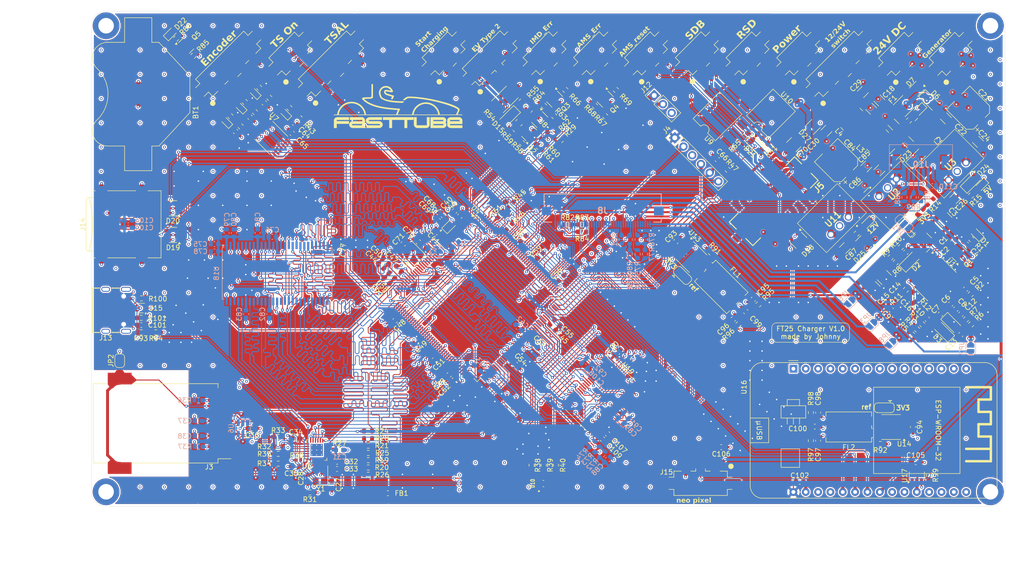
<source format=kicad_pcb>
(kicad_pcb
	(version 20241229)
	(generator "pcbnew")
	(generator_version "9.0")
	(general
		(thickness 1.6238)
		(legacy_teardrops no)
	)
	(paper "A4")
	(layers
		(0 "F.Cu" signal)
		(4 "In1.Cu" power)
		(6 "In2.Cu" power)
		(2 "B.Cu" signal)
		(9 "F.Adhes" user "F.Adhesive")
		(11 "B.Adhes" user "B.Adhesive")
		(13 "F.Paste" user)
		(15 "B.Paste" user)
		(5 "F.SilkS" user "F.Silkscreen")
		(7 "B.SilkS" user "B.Silkscreen")
		(1 "F.Mask" user)
		(3 "B.Mask" user)
		(17 "Dwgs.User" user "User.Drawings")
		(19 "Cmts.User" user "User.Comments")
		(21 "Eco1.User" user "User.Eco1")
		(23 "Eco2.User" user "User.Eco2")
		(25 "Edge.Cuts" user)
		(27 "Margin" user)
		(31 "F.CrtYd" user "F.Courtyard")
		(29 "B.CrtYd" user "B.Courtyard")
		(35 "F.Fab" user)
		(33 "B.Fab" user)
		(39 "User.1" user)
		(41 "User.2" user)
		(43 "User.3" user)
		(45 "User.4" user)
		(47 "User.5" user)
		(49 "User.6" user)
		(51 "User.7" user)
		(53 "User.8" user)
		(55 "User.9" user)
	)
	(setup
		(stackup
			(layer "F.SilkS"
				(type "Top Silk Screen")
			)
			(layer "F.Paste"
				(type "Top Solder Paste")
			)
			(layer "F.Mask"
				(type "Top Solder Mask")
				(thickness 0.01)
			)
			(layer "F.Cu"
				(type "copper")
				(thickness 0.035)
			)
			(layer "dielectric 1"
				(type "prepreg")
				(thickness 0.0994)
				(material "FR4")
				(epsilon_r 4.1)
				(loss_tangent 0.02)
			)
			(layer "In1.Cu"
				(type "copper")
				(thickness 0.035)
			)
			(layer "dielectric 2"
				(type "core")
				(thickness 1.265)
				(material "FR4")
				(epsilon_r 4.5)
				(loss_tangent 0.02)
			)
			(layer "In2.Cu"
				(type "copper")
				(thickness 0.035)
			)
			(layer "dielectric 3"
				(type "prepreg")
				(thickness 0.0994)
				(material "FR4")
				(epsilon_r 4.1)
				(loss_tangent 0.02)
			)
			(layer "B.Cu"
				(type "copper")
				(thickness 0.035)
			)
			(layer "B.Mask"
				(type "Bottom Solder Mask")
				(thickness 0.01)
			)
			(layer "B.Paste"
				(type "Bottom Solder Paste")
			)
			(layer "B.SilkS"
				(type "Bottom Silk Screen")
			)
			(copper_finish "None")
			(dielectric_constraints yes)
		)
		(pad_to_mask_clearance 0)
		(allow_soldermask_bridges_in_footprints no)
		(tenting front back)
		(pcbplotparams
			(layerselection 0x00000000_00000000_55555555_5755f5ff)
			(plot_on_all_layers_selection 0x00000000_00000000_00000000_00000000)
			(disableapertmacros no)
			(usegerberextensions no)
			(usegerberattributes yes)
			(usegerberadvancedattributes yes)
			(creategerberjobfile yes)
			(dashed_line_dash_ratio 12.000000)
			(dashed_line_gap_ratio 3.000000)
			(svgprecision 4)
			(plotframeref no)
			(mode 1)
			(useauxorigin no)
			(hpglpennumber 1)
			(hpglpenspeed 20)
			(hpglpendiameter 15.000000)
			(pdf_front_fp_property_popups yes)
			(pdf_back_fp_property_popups yes)
			(pdf_metadata yes)
			(pdf_single_document no)
			(dxfpolygonmode yes)
			(dxfimperialunits yes)
			(dxfusepcbnewfont yes)
			(psnegative no)
			(psa4output no)
			(plot_black_and_white yes)
			(plotinvisibletext no)
			(sketchpadsonfab no)
			(plotpadnumbers no)
			(hidednponfab no)
			(sketchdnponfab yes)
			(crossoutdnponfab yes)
			(subtractmaskfromsilk no)
			(outputformat 1)
			(mirror no)
			(drillshape 0)
			(scaleselection 1)
			(outputdirectory "Gerber/")
		)
	)
	(net 0 "")
	(net 1 "+3V3_FER")
	(net 2 "Earth")
	(net 3 "/Ethernet/LED_G")
	(net 4 "/Ethernet/LED_Y")
	(net 5 "GND")
	(net 6 "+3V3")
	(net 7 "+5V")
	(net 8 "/Power/3V3_Display")
	(net 9 "Net-(C5-Pad2)")
	(net 10 "Net-(U1-COMP)")
	(net 11 "Net-(U1-C1+)")
	(net 12 "Net-(U1-C1-)")
	(net 13 "Net-(U1-C2+)")
	(net 14 "Net-(U1-C2-)")
	(net 15 "Net-(U1-DRV)")
	(net 16 "Net-(U1-FB1)")
	(net 17 "Net-(U1-REF)")
	(net 18 "Net-(U1-VCOMIN)")
	(net 19 "+24V")
	(net 20 "Net-(U3-VI)")
	(net 21 "Net-(U2-VI)")
	(net 22 "/Peripherals/V_{ref2}")
	(net 23 "Net-(D1-A)")
	(net 24 "Net-(D15-K)")
	(net 25 "/IEC_Charging_Circuit/CP")
	(net 26 "/IEC_Charging_Circuit/PP")
	(net 27 "/Core/EV_Start_Charging")
	(net 28 "/Display/LCD_VGL")
	(net 29 "Net-(Q1-B)")
	(net 30 "Net-(Q2-G)")
	(net 31 "Net-(U1-FB3)")
	(net 32 "Net-(U1-FB2)")
	(net 33 "/IEC_Charging_Circuit/PWM_SENSE")
	(net 34 "/Core/Charging_Point_PWM")
	(net 35 "/Core/~{IMD_Error_LED}")
	(net 36 "/SDRAM/D9")
	(net 37 "/SDRAM/A11")
	(net 38 "/Core/~{AMS_Error_LED}")
	(net 39 "/SDRAM/D0")
	(net 40 "unconnected-(U4B-PC13-Pad8)")
	(net 41 "unconnected-(U4B-PD4-Pad146)")
	(net 42 "/Core/PCAP_RST")
	(net 43 "/Display/B5")
	(net 44 "unconnected-(U4B-PD13-Pad101)")
	(net 45 "/SDRAM/D14")
	(net 46 "/SDRAM/D2")
	(net 47 "/SDRAM/D4")
	(net 48 "/Core/OSC_in")
	(net 49 "/Core/SWCLK")
	(net 50 "unconnected-(U4B-PG3-Pad107)")
	(net 51 "/Display/R2")
	(net 52 "/SDRAM/A3")
	(net 53 "/SDRAM/D13")
	(net 54 "/Core/LCD_Reset")
	(net 55 "/Display/R0")
	(net 56 "/SDRAM/A2")
	(net 57 "/Display/R7")
	(net 58 "/Display/B4")
	(net 59 "/Core/AMS_Reset_in")
	(net 60 "/Core/AMS_Reset_out")
	(net 61 "/Core/SDC_out")
	(net 62 "/SDRAM/A0")
	(net 63 "unconnected-(U4B-PF8-Pad26)")
	(net 64 "/SDRAM/SDNE0")
	(net 65 "/Core/SWDIO")
	(net 66 "/SDRAM/A10")
	(net 67 "unconnected-(U4B-PH15-Pad130)")
	(net 68 "/Display/G0")
	(net 69 "/SDRAM/BA0")
	(net 70 "/Ethernet/RMII_TX_EN")
	(net 71 "/Core/NRST")
	(net 72 "/SDRAM/D12")
	(net 73 "/SDRAM/NBL0")
	(net 74 "/Display/B0")
	(net 75 "/Core/RMII_nRST")
	(net 76 "/Display/G2")
	(net 77 "/Display/R1")
	(net 78 "unconnected-(U4B-PI9-Pad11)")
	(net 79 "/SDRAM/SDNWE")
	(net 80 "/Ethernet/RMII_RXD1")
	(net 81 "/SDRAM/A9")
	(net 82 "/SDRAM/D11")
	(net 83 "unconnected-(U4B-PH12-Pad89)")
	(net 84 "/Display/DE")
	(net 85 "/Display/G3")
	(net 86 "/Display/CLK")
	(net 87 "/Peripherals/USART_RX")
	(net 88 "unconnected-(U4B-PD3-Pad145)")
	(net 89 "unconnected-(U4B-PI3-Pad134)")
	(net 90 "/Peripherals/USB_OTG_VBUS")
	(net 91 "/SDRAM/A4")
	(net 92 "/Display/B3")
	(net 93 "/Peripherals/SDMMC_D0")
	(net 94 "/SDRAM/D15")
	(net 95 "/SDRAM/D3")
	(net 96 "/Display/G4")
	(net 97 "/SDRAM/A7")
	(net 98 "unconnected-(U4E-PG2-Pad106)")
	(net 99 "Net-(U4F-BOOT0)")
	(net 100 "unconnected-(U4B-PD7-Pad151)")
	(net 101 "/Display/G7")
	(net 102 "/Core/LED_B")
	(net 103 "/Ethernet/RMII_MDIO")
	(net 104 "/Display/G1")
	(net 105 "/Display/R6")
	(net 106 "/SDRAM/D6")
	(net 107 "/SDRAM/A1")
	(net 108 "/SDRAM/D8")
	(net 109 "/Display/B6")
	(net 110 "/Display/R4")
	(net 111 "/Core/OSC_out")
	(net 112 "unconnected-(U4B-PF6-Pad24)")
	(net 113 "/SDRAM/A5")
	(net 114 "/Display/G6")
	(net 115 "/Peripherals/ESP_RX")
	(net 116 "unconnected-(U4B-PF9-Pad27)")
	(net 117 "/Display/G5")
	(net 118 "/Core/LED_G")
	(net 119 "/Display/R5")
	(net 120 "unconnected-(U4B-PF7-Pad25)")
	(net 121 "/Ethernet/RMII_TXD1")
	(net 122 "/SDRAM/D5")
	(net 123 "/Peripherals/SDMMC_CMD")
	(net 124 "/SDRAM/D1")
	(net 125 "Net-(U4A-VREF+)")
	(net 126 "/Display/B1")
	(net 127 "/Display/B7")
	(net 128 "unconnected-(U4B-PD11-Pad99)")
	(net 129 "/Ethernet/RMII_MDC")
	(net 130 "unconnected-(U4B-PD12-Pad100)")
	(net 131 "/Core/OSC32_in")
	(net 132 "/SDRAM/SDCLK")
	(net 133 "/Peripherals/USART_TX")
	(net 134 "unconnected-(U4B-PA10-Pad121)")
	(net 135 "/Core/LED_R")
	(net 136 "/SDRAM/SDCKE0")
	(net 137 "/Ethernet/RMII_RXD0")
	(net 138 "unconnected-(U4B-PH11-Pad88)")
	(net 139 "/Ethernet/RMII_CRS_DV")
	(net 140 "/Core/TRACESWO")
	(net 141 "/Display/HSYNC")
	(net 142 "/Ethernet/RMII_TXD0")
	(net 143 "/SDRAM/D10")
	(net 144 "/SDRAM/SDNCAS")
	(net 145 "/Display/R3")
	(net 146 "/Core/OSC32_out")
	(net 147 "/Display/VSYNC")
	(net 148 "/SDRAM/D7")
	(net 149 "unconnected-(U4B-PG9-Pad152)")
	(net 150 "/SDRAM/BA1")
	(net 151 "/SDRAM/SDNRAS")
	(net 152 "/SDRAM/A6")
	(net 153 "/SDRAM/NBL1")
	(net 154 "/Display/B2")
	(net 155 "/Ethernet/RMII_REF_CLK")
	(net 156 "/SDRAM/A8")
	(net 157 "unconnected-(U4B-PB2-Pad58)")
	(net 158 "/Ethernet/XTAL2")
	(net 159 "/Ethernet/XTAL1")
	(net 160 "/Peripherals/ESP_TX")
	(net 161 "/Peripherals/STM_CAN_TX")
	(net 162 "/Peripherals/STM_CAN_RX")
	(net 163 "/Peripherals/SDMMC_CK")
	(net 164 "/Peripherals/ESP_CAN_RX")
	(net 165 "/SDC_and_SCS/RSD_in")
	(net 166 "/SDC_and_SCS/RSD_out")
	(net 167 "/Peripherals/ESP_CAN_TX")
	(net 168 "/Display/LCD_VGH")
	(net 169 "Net-(D5-A)")
	(net 170 "Net-(D9-A)")
	(net 171 "/Core/SDC_in")
	(net 172 "Net-(Q3-G)")
	(net 173 "Net-(Q4-G)")
	(net 174 "/Core/SDC_enable")
	(net 175 "/Display/I2C_SDA")
	(net 176 "/Display/I2C_SCL")
	(net 177 "/Display/LCD_SELB")
	(net 178 "VDD")
	(net 179 "/Display/LCD_STBYB")
	(net 180 "Net-(J1-Pin_1)")
	(net 181 "/Display/LCD_U{slash}D")
	(net 182 "/Display/LCD_L{slash}R")
	(net 183 "/Display/RXIN0-")
	(net 184 "/Display/RXCLKIN+")
	(net 185 "/Display/RXIN0+")
	(net 186 "/Display/RXIN2-")
	(net 187 "/Display/RXIN1-")
	(net 188 "/Display/RXIN2+")
	(net 189 "/Display/RXIN3+")
	(net 190 "/Display/RXIN3-")
	(net 191 "/Display/RXIN1+")
	(net 192 "/Display/RXCLKIN-")
	(net 193 "Net-(J2-Pin_1)")
	(net 194 "Net-(U4F-PDR_ON)")
	(net 195 "/Peripherals/SDMMC_D1")
	(net 196 "/Peripherals/SDMMC_D2")
	(net 197 "/Peripherals/SDMMC_D3")
	(net 198 "/Core/SDC_Voltage")
	(net 199 "/Core/TSAL_Green")
	(net 200 "/Core/TS_on")
	(net 201 "/Peripherals/USB_OTG_DP")
	(net 202 "/Peripherals/USB_OTG_DN")
	(net 203 "/Peripherals/D-")
	(net 204 "/Peripherals/D+")
	(net 205 "/Core/PCAP_Int")
	(net 206 "/Display/LCD_VDD")
	(net 207 "/Core/Encoder_push")
	(net 208 "/Core/Encoder_A")
	(net 209 "/Core/Encoder_B")
	(net 210 "/Ethernet/RXN")
	(net 211 "/Ethernet/TXN")
	(net 212 "/Ethernet/RXP")
	(net 213 "/Ethernet/TXP")
	(net 214 "/Core/SDC_on")
	(net 215 "/Core/EncB_on")
	(net 216 "/Core/EncPush_on")
	(net 217 "/Core/EncA_on")
	(net 218 "Net-(D16-A)")
	(net 219 "Net-(D16-K)")
	(net 220 "Net-(D17-K)")
	(net 221 "Net-(D17-A)")
	(net 222 "/Display/LCD_AVDD")
	(net 223 "/Display/VCOM")
	(net 224 "Net-(D7-K)")
	(net 225 "unconnected-(U4B-PH9-Pad86)")
	(net 226 "unconnected-(U4B-PH6-Pad83)")
	(net 227 "unconnected-(U4B-PH7-Pad84)")
	(net 228 "Net-(D3-A)")
	(net 229 "Net-(J13-CC2)")
	(net 230 "Net-(U5-VDDCR)")
	(net 231 "Net-(C39-Pad1)")
	(net 232 "Net-(C45-Pad1)")
	(net 233 "Net-(D11-K)")
	(net 234 "Net-(D12-K)")
	(net 235 "Net-(D13-K)")
	(net 236 "Net-(D14-K)")
	(net 237 "Net-(U15-VBUS)")
	(net 238 "Net-(D2-A)")
	(net 239 "Net-(D8-A)")
	(net 240 "Net-(D10-BK)")
	(net 241 "Net-(D10-GK)")
	(net 242 "Net-(D10-RK)")
	(net 243 "Net-(D11-A)")
	(net 244 "Net-(U13-CANH)")
	(net 245 "Net-(U13-CANL)")
	(net 246 "Net-(U14-CANH)")
	(net 247 "Net-(U14-CANL)")
	(net 248 "Net-(J3-Pad11)")
	(net 249 "Net-(J3-Pad2)")
	(net 250 "unconnected-(J3-NC-Pad9)")
	(net 251 "Net-(J5-Pin_2)")
	(net 252 "Net-(J13-CC1)")
	(net 253 "unconnected-(J13-SBU2-PadB8)")
	(net 254 "unconnected-(J13-SBU1-PadA8)")
	(net 255 "Net-(Q2-D)")
	(net 256 "Net-(R29-Pad1)")
	(net 257 "Net-(J15-Pin_2)")
	(net 258 "Net-(JP4-C)")
	(net 259 "Net-(JP5-C)")
	(net 260 "Net-(R3-Pad2)")
	(net 261 "Net-(R8-Pad2)")
	(net 262 "/Peripherals/V_{ref1}")
	(net 263 "Net-(U5-RXD0{slash}MODE0)")
	(net 264 "Net-(U5-RXD1{slash}MODE1)")
	(net 265 "Net-(U5-CRS_DV{slash}MODE2)")
	(net 266 "Net-(U5-~{INT}{slash}REFCLKO)")
	(net 267 "Net-(U5-RXER{slash}PHYAD0)")
	(net 268 "Net-(U5-RBIAS)")
	(net 269 "Net-(U8--)")
	(net 270 "Net-(R65-Pad1)")
	(net 271 "Net-(R70-Pad2)")
	(net 272 "V_{In}")
	(net 273 "Net-(R75-Pad2)")
	(net 274 "Net-(U13-Rs)")
	(net 275 "Net-(U14-Rs)")
	(net 276 "Net-(U16-D21)")
	(net 277 "unconnected-(U7-Pad12)")
	(net 278 "unconnected-(U7-Pad10)")
	(net 279 "unconnected-(U9-Pad3)")
	(net 280 "unconnected-(U10-Pad3)")
	(net 281 "unconnected-(U10-Pad5)")
	(net 282 "unconnected-(U16-D26-Pad7)")
	(net 283 "unconnected-(U16-D2-Pad27)")
	(net 284 "unconnected-(U16-VIN-Pad1)")
	(net 285 "unconnected-(U16-D34-Pad12)")
	(net 286 "unconnected-(U16-D39{slash}VN-Pad13)")
	(net 287 "unconnected-(U16-D19-Pad21)")
	(net 288 "unconnected-(U16-D36{slash}VP-Pad14)")
	(net 289 "unconnected-(U16-TX0{slash}D1-Pad18)")
	(net 290 "unconnected-(U16-D14-Pad5)")
	(net 291 "unconnected-(U16-D25-Pad8)")
	(net 292 "unconnected-(U16-D15-Pad28)")
	(net 293 "unconnected-(U16-D13-Pad3)")
	(net 294 "unconnected-(U16-D23-Pad16)")
	(net 295 "unconnected-(U16-D27-Pad6)")
	(net 296 "unconnected-(U16-EN-Pad15)")
	(net 297 "unconnected-(U16-D33-Pad9)")
	(net 298 "unconnected-(U16-D22-Pad17)")
	(net 299 "unconnected-(U16-D35-Pad11)")
	(net 300 "unconnected-(U16-D18-Pad22)")
	(net 301 "unconnected-(U16-D12-Pad4)")
	(net 302 "unconnected-(U16-D32-Pad10)")
	(net 303 "unconnected-(U16-RX0{slash}D3-Pad19)")
	(net 304 "unconnected-(U17-NC-Pad1)")
	(net 305 "Net-(BT1-+)")
	(net 306 "VBAT")
	(net 307 "Net-(D22-A)")
	(net 308 "Net-(Q5-G)")
	(net 309 "unconnected-(U18-NC-Pad40)")
	(net 310 "unconnected-(U18-NC-Pad36)")
	(net 311 "Net-(U11-VI)")
	(net 312 "Net-(D25-K)")
	(net 313 "Net-(D26-A)")
	(net 314 "+12V")
	(net 315 "unconnected-(J8-Pin_37-Pad37)")
	(net 316 "unconnected-(J8-Pin_23-Pad23)")
	(net 317 "unconnected-(J8-Pin_26-Pad26)")
	(net 318 "Net-(J8-Pin_35)")
	(net 319 "unconnected-(J8-Pin_27-Pad27)")
	(net 320 "unconnected-(J8-Pin_24-Pad24)")
	(net 321 "Net-(J8-Pin_38)")
	(net 322 "unconnected-(J8-Pin_4-Pad4)")
	(net 323 "Net-(J8-Pin_29)")
	(net 324 "Net-(J8-Pin_1)")
	(net 325 "unconnected-(J8-Pin_36-Pad36)")
	(net 326 "Net-(U19-CLKSEL)")
	(net 327 "Net-(U19-~{SHTDN})")
	(net 328 "Net-(R76-Pad2)")
	(net 329 "/Core/CAN+")
	(net 330 "/Core/CAN-")
	(footprint "Capacitor_SMD:C_1206_3216Metric" (layer "F.Cu") (at 218.05 68.997055 -45))
	(footprint "Capacitor_SMD:C_0603_1608Metric" (layer "F.Cu") (at 217.599138 91.659104 45))
	(footprint "Package_SO:SOIC-8_3.9x4.9mm_P1.27mm" (layer "F.Cu") (at 214.55 127.660001 180))
	(footprint "Resistor_SMD:R_0603_1608Metric" (layer "F.Cu") (at 106.95 137.5))
	(footprint "Capacitor_SMD:C_0603_1608Metric" (layer "F.Cu") (at 158.3 112.25 45))
	(footprint "Capacitor_SMD:C_1206_3216Metric" (layer "F.Cu") (at 232.45 68.897055 -45))
	(footprint "Capacitor_SMD:C_0603_1608Metric" (layer "F.Cu") (at 91.3 67.197055 135))
	(footprint "Package_TO_SOT_SMD:SOT-23" (layer "F.Cu") (at 69.49055 49.123915 45))
	(footprint "Capacitor_SMD:C_0603_1608Metric" (layer "F.Cu") (at 218.670709 101.512049 -45))
	(footprint "Charger:ESP32-WROOM-32-DevKit-30Pin" (layer "F.Cu") (at 194.45 115.650001 -90))
	(footprint "LED_SMD:LED_0603_1608Metric" (layer "F.Cu") (at 66.35 46.55 45))
	(footprint "Inductor_SMD:L_Wuerth_WE-PD2-Typ-MS" (layer "F.Cu") (at 211.8 68.697055 -45))
	(footprint "Package_TO_SOT_SMD:SOT-23-3" (layer "F.Cu") (at 155.728751 60.125806 -45))
	(footprint "Resistor_SMD:R_0603_1608Metric" (layer "F.Cu") (at 88.425 131.675 180))
	(footprint "Package_DIP:SMDIP-6_W9.53mm" (layer "F.Cu") (at 178.828751 63.675806 135))
	(footprint "FaSTTUBe_connectors:Micro_Mate-N-Lok_2p_vertical" (layer "F.Cu") (at 226.8 50.8 -135))
	(footprint "Resistor_SMD:R_0603_1608Metric" (layer "F.Cu") (at 187.260986 102.407037 45))
	(footprint "Resistor_SMD:R_0603_1608Metric" (layer "F.Cu") (at 60.2725 101.16 180))
	(footprint "Diode_SMD:D_SOD-123" (layer "F.Cu") (at 222.6 60.547055 -45))
	(footprint "Package_SO:TSSOP-56_6.1x14mm_P0.5mm" (layer "F.Cu") (at 154.773231 121.177037 -45))
	(footprint "Inductor_SMD:L_0603_1608Metric" (layer "F.Cu") (at 111 141.3 180))
	(footprint "Resistor_SMD:R_0603_1608Metric" (layer "F.Cu") (at 60.2475 108.16))
	(footprint "Inductor_SMD:L_Wuerth_WE-PD2-Typ-MS" (layer "F.Cu") (at 221.75 66.297055 45))
	(footprint "LED_SMD:LED_0603_1608Metric" (layer "F.Cu") (at 220.356847 62.390208 -135))
	(footprint "Capacitor_SMD:CP_Elec_6.3x7.7" (layer "F.Cu") (at 230.75 62.247055 135))
	(footprint "Capacitor_SMD:C_0603_1608Metric"
		(layer "F.Cu")
		(uuid "1d844bf8-48e4-4879-b840-b8f1bbda8b2e")
		(at 199.55 124.685001 90)
		(descr "Capacitor SMD 0603 (1608 Metric), square (rectangular) end terminal, IPC_7351 nominal, (Body size source: IPC-SM-782 page 76, https://www.pcb-3d.com/wordpress/wp-content/uploads/ipc-sm-782a_amendment_1_and_2.pdf), generated with kicad-footprint-generator")
		(tags "capacitor")
		(property "Reference" "C98"
			(at 2.890001 0 90)
			(layer "F.SilkS")
			(uuid "d5c71e0f-6198-475f-aa28-d888e2e68b9b")
			(effects
				(font
					(size 1 1)
					(thickness 0.15)
				)
			)
		)
		(property "Value" "100p"
			(at 0 1.43 90)
			(layer "F.Fab")
			(uuid "67249af2-27f7-4ffb-82ba-0f26a698a57b")
			(effects
				(font
					(size 1 1)
					(thickness 0.15)
				)
			)
		)
		(property "Datasheet" ""
			(at 0 0 90)
			(unlocked yes)
			(layer "F.Fab")
			(hide yes)
			(uuid "0a19e9b6-763f-4913-92f2-02681f2d5ef2")
			(effects
				(font
					(size 1.27 1.27)
					(thickness 0.15)
				)
			)
		)
		(property "Description" "Unpolarized capacitor, small symbol"
			(at 0 0 90)
			(
... [9768998 chars truncated]
</source>
